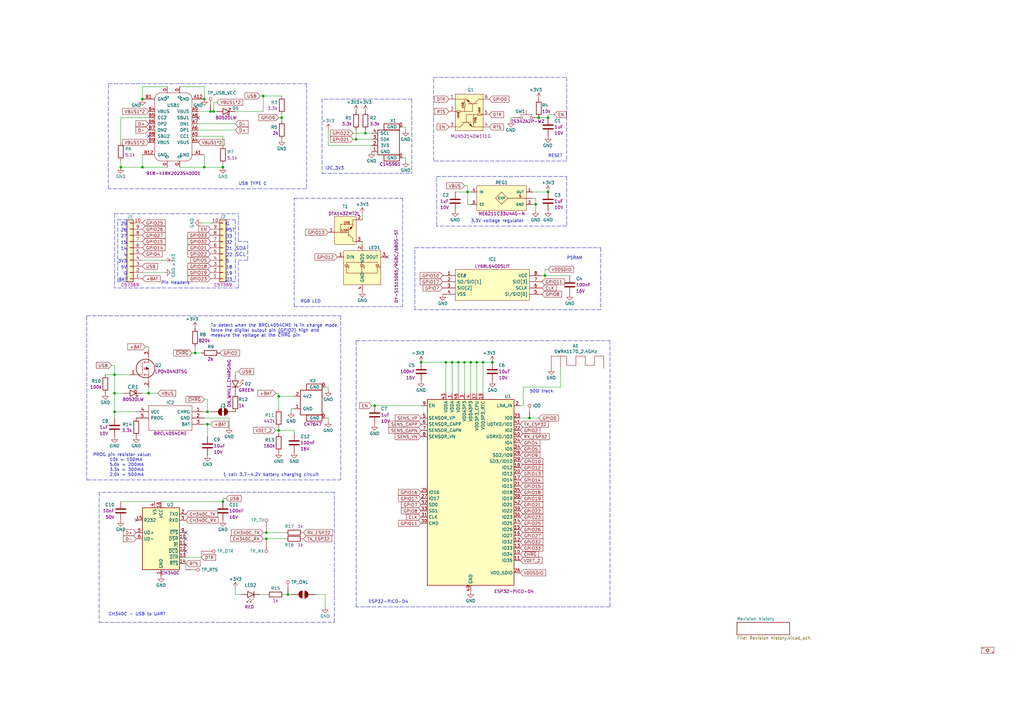
<source format=kicad_sch>
(kicad_sch (version 20211123) (generator eeschema)
  (paper "A3")
  (title_block (title "Carbon D4") (date "2021-12-08") (rev "0.0.2") (company "GroundStudio.ro") (comment 1 "Schematic: Victor"))
  (junction (at 114.3 176.53))
  (junction (at 46.99 153.67))
  (junction (at 198.12 148.59))
  (junction (at 182.88 148.59))
  (junction (at 201.93 148.59))
  (junction (at 85.09 168.91))
  (junction (at 87.63 45.72))
  (junction (at 224.79 78.74))
  (junction (at 58.42 40.64))
  (junction (at 190.5 148.59))
  (junction (at 115.57 48.26))
  (junction (at 172.72 148.59))
  (junction (at 223.52 113.03))
  (junction (at 109.22 220.98))
  (junction (at 60.96 161.29))
  (junction (at 109.22 218.44))
  (junction (at 219.71 83.82))
  (junction (at 114.3 162.56))
  (junction (at 220.98 48.26))
  (junction (at 91.44 205.74))
  (junction (at 49.53 68.58))
  (junction (at 146.05 57.15))
  (junction (at 187.96 148.59))
  (junction (at 86.36 45.72))
  (junction (at 217.17 171.45))
  (junction (at 191.77 78.74))
  (junction (at 83.82 68.58))
  (junction (at 58.42 68.58))
  (junction (at 153.67 166.37))
  (junction (at 46.99 168.91))
  (junction (at 149.86 54.61))
  (junction (at 85.09 173.99))
  (junction (at 46.99 161.29))
  (junction (at 224.79 48.26))
  (junction (at 80.01 144.78))
  (junction (at 185.42 148.59))
  (junction (at 107.95 39.37))
  (junction (at 118.11 243.84))
  (junction (at 83.82 40.64))
  (junction (at 195.58 148.59))
  (junction (at 193.04 148.59))
  (junction (at 91.44 68.58))
  (no_connect (at 76.2 218.44))
  (no_connect (at 76.2 220.98))
  (no_connect (at 55.88 213.36))
  (no_connect (at 158.75 105.41))
  (no_connect (at 60.96 55.88))
  (no_connect (at 76.2 223.52))
  (no_connect (at 81.28 48.26))
  (no_connect (at 76.2 226.06))
  (wire (pts (xy 80.01 144.78) (xy 82.55 144.78)))
  (polyline (pts (xy 44.45 34.29) (xy 125.73 34.29)))
  (wire (pts (xy 113.03 176.53) (xy 114.3 176.53)))
  (wire (pts (xy 49.53 48.26) (xy 60.96 48.26)))
  (wire (pts (xy 182.88 148.59) (xy 182.88 161.29)))
  (wire (pts (xy 187.96 148.59) (xy 187.96 161.29)))
  (wire (pts (xy 195.58 148.59) (xy 195.58 161.29)))
  (polyline (pts (xy 250.19 139.7) (xy 250.19 248.92)))
  (wire (pts (xy 223.52 110.49) (xy 223.52 113.03)))
  (wire (pts (xy 86.36 45.72) (xy 87.63 45.72)))
  (wire (pts (xy 166.37 52.07) (xy 166.37 53.34)))
  (wire (pts (xy 85.09 173.99) (xy 86.36 173.99)))
  (wire (pts (xy 165.1 52.07) (xy 166.37 52.07)))
  (wire (pts (xy 66.04 205.74) (xy 91.44 205.74)))
  (wire (pts (xy 115.57 46.99) (xy 115.57 48.26)))
  (wire (pts (xy 59.69 142.24) (xy 60.96 142.24)))
  (wire (pts (xy 91.44 55.88) (xy 91.44 59.69)))
  (wire (pts (xy 73.66 68.58) (xy 83.82 68.58)))
  (wire (pts (xy 81.28 50.8) (xy 96.52 50.8)))
  (wire (pts (xy 218.44 81.28) (xy 219.71 81.28)))
  (polyline (pts (xy 97.79 106.68) (xy 101.6 106.68)))
  (wire (pts (xy 92.71 204.47) (xy 91.44 204.47)))
  (polyline (pts (xy 97.79 99.06) (xy 97.79 87.63)))
  (wire (pts (xy 134.62 172.72) (xy 134.62 171.45)))
  (wire (pts (xy 114.3 48.26) (xy 115.57 48.26)))
  (wire (pts (xy 93.98 171.45) (xy 93.98 175.26)))
  (polyline (pts (xy 232.41 66.04) (xy 177.8 66.04)))
  (wire (pts (xy 119.38 167.64) (xy 120.65 167.64)))
  (wire (pts (xy 193.04 161.29) (xy 193.04 148.59)))
  (wire (pts (xy 146.05 57.15) (xy 152.4 57.15)))
  (wire (pts (xy 133.35 243.84) (xy 133.35 248.92)))
  (wire (pts (xy 60.96 161.29) (xy 64.77 161.29)))
  (wire (pts (xy 60.96 142.24) (xy 60.96 143.51)))
  (polyline (pts (xy 120.65 81.28) (xy 165.1 81.28)))
  (polyline (pts (xy 137.16 201.93) (xy 40.64 201.93)))
  (wire (pts (xy 165.1 64.77) (xy 166.37 64.77)))
  (polyline (pts (xy 250.19 248.92) (xy 146.05 248.92)))
  (polyline (pts (xy 35.56 129.54) (xy 35.56 196.85)))
  (wire (pts (xy 198.12 148.59) (xy 201.93 148.59)))
  (wire (pts (xy 144.78 54.61) (xy 149.86 54.61)))
  (wire (pts (xy 58.42 161.29) (xy 60.96 161.29)))
  (wire (pts (xy 190.5 76.2) (xy 191.77 76.2)))
  (wire (pts (xy 190.5 148.59) (xy 187.96 148.59)))
  (wire (pts (xy 45.72 149.86) (xy 46.99 149.86)))
  (polyline (pts (xy 132.08 40.64) (xy 132.08 71.12)))
  (wire (pts (xy 58.42 68.58) (xy 49.53 68.58)))
  (wire (pts (xy 82.55 228.6) (xy 82.55 226.06)))
  (wire (pts (xy 114.3 162.56) (xy 114.3 167.64)))
  (wire (pts (xy 49.53 58.42) (xy 49.53 48.26)))
  (wire (pts (xy 149.86 54.61) (xy 152.4 54.61)))
  (wire (pts (xy 134.62 171.45) (xy 133.35 171.45)))
  (polyline (pts (xy 96.52 90.17) (xy 96.52 115.57)))
  (wire (pts (xy 96.52 45.72) (xy 107.95 45.72)))
  (wire (pts (xy 144.78 57.15) (xy 146.05 57.15)))
  (polyline (pts (xy 101.6 99.06) (xy 97.79 99.06)))
  (polyline (pts (xy 177.8 31.75) (xy 232.41 31.75)))
  (polyline (pts (xy 52.07 90.17) (xy 52.07 115.57)))
  (wire (pts (xy 88.9 41.91) (xy 87.63 41.91)))
  (wire (pts (xy 134.62 53.34) (xy 134.62 59.69)))
  (polyline (pts (xy 120.65 125.73) (xy 165.1 125.73)))
  (polyline (pts (xy 179.07 92.71) (xy 179.07 72.39)))
  (wire (pts (xy 224.79 110.49) (xy 223.52 110.49)))
  (wire (pts (xy 107.95 218.44) (xy 109.22 218.44)))
  (wire (pts (xy 185.42 148.59) (xy 185.42 161.29)))
  (wire (pts (xy 114.3 161.29) (xy 114.3 162.56)))
  (wire (pts (xy 219.71 83.82) (xy 219.71 86.36)))
  (wire (pts (xy 217.17 171.45) (xy 220.98 171.45)))
  (wire (pts (xy 218.44 83.82) (xy 219.71 83.82)))
  (wire (pts (xy 82.55 91.44) (xy 86.36 91.44)))
  (wire (pts (xy 91.44 204.47) (xy 91.44 205.74)))
  (wire (pts (xy 113.03 161.29) (xy 114.3 161.29)))
  (wire (pts (xy 191.77 83.82) (xy 193.04 83.82)))
  (wire (pts (xy 91.44 67.31) (xy 91.44 68.58)))
  (wire (pts (xy 107.95 39.37) (xy 107.95 45.72)))
  (wire (pts (xy 85.09 163.83) (xy 85.09 168.91)))
  (polyline (pts (xy 92.71 115.57) (xy 92.71 90.17)))
  (polyline (pts (xy 146.05 139.7) (xy 250.19 139.7)))
  (wire (pts (xy 78.74 144.78) (xy 80.01 144.78)))
  (wire (pts (xy 81.28 53.34) (xy 96.52 53.34)))
  (polyline (pts (xy 137.16 255.27) (xy 137.16 201.93)))
  (wire (pts (xy 115.57 39.37) (xy 107.95 39.37)))
  (polyline (pts (xy 179.07 72.39) (xy 232.41 72.39)))
  (polyline (pts (xy 232.41 72.39) (xy 232.41 92.71)))
  (polyline (pts (xy 125.73 34.29) (xy 125.73 77.47)))
  (wire (pts (xy 214.63 158.75) (xy 229.87 158.75)))
  (wire (pts (xy 50.8 161.29) (xy 46.99 161.29)))
  (wire (pts (xy 195.58 148.59) (xy 198.12 148.59)))
  (wire (pts (xy 81.28 45.72) (xy 86.36 45.72)))
  (polyline (pts (xy 97.79 118.11) (xy 46.99 118.11)))
  (wire (pts (xy 224.79 48.26) (xy 224.79 46.99)))
  (wire (pts (xy 58.42 63.5) (xy 58.42 68.58)))
  (wire (pts (xy 53.34 153.67) (xy 46.99 153.67)))
  (wire (pts (xy 223.52 113.03) (xy 233.68 113.03)))
  (wire (pts (xy 46.99 153.67) (xy 46.99 161.29)))
  (wire (pts (xy 81.28 55.88) (xy 91.44 55.88)))
  (polyline (pts (xy 52.07 115.57) (xy 48.26 115.57)))
  (wire (pts (xy 58.42 40.64) (xy 58.42 35.56)))
  (wire (pts (xy 193.04 148.59) (xy 190.5 148.59)))
  (wire (pts (xy 80.01 142.24) (xy 80.01 144.78)))
  (wire (pts (xy 166.37 64.77) (xy 166.37 66.04)))
  (wire (pts (xy 76.2 233.68) (xy 76.2 231.14)))
  (wire (pts (xy 198.12 148.59) (xy 198.12 161.29)))
  (wire (pts (xy 96.52 243.84) (xy 99.06 243.84)))
  (wire (pts (xy 85.09 168.91) (xy 86.36 168.91)))
  (polyline (pts (xy 96.52 115.57) (xy 92.71 115.57)))
  (wire (pts (xy 114.3 162.56) (xy 120.65 162.56)))
  (polyline (pts (xy 246.38 101.6) (xy 246.38 127)))
  (wire (pts (xy 58.42 106.68) (xy 67.31 106.68)))
  (wire (pts (xy 49.53 66.04) (xy 49.53 68.58)))
  (wire (pts (xy 185.42 148.59) (xy 187.96 148.59)))
  (wire (pts (xy 116.84 218.44) (xy 109.22 218.44)))
  (polyline (pts (xy 35.56 129.54) (xy 139.7 129.54)))
  (wire (pts (xy 182.88 148.59) (xy 185.42 148.59)))
  (polyline (pts (xy 48.26 90.17) (xy 52.07 90.17)))
  (wire (pts (xy 106.68 243.84) (xy 109.22 243.84)))
  (polyline (pts (xy 40.64 201.93) (xy 40.64 255.27)))
  (wire (pts (xy 87.63 45.72) (xy 88.9 45.72)))
  (wire (pts (xy 222.25 113.03) (xy 223.52 113.03)))
  (polyline (pts (xy 46.99 87.63) (xy 97.79 87.63)))
  (wire (pts (xy 146.05 53.34) (xy 146.05 57.15)))
  (wire (pts (xy 87.63 41.91) (xy 87.63 45.72)))
  (wire (pts (xy 190.5 161.29) (xy 190.5 148.59)))
  (wire (pts (xy 107.95 220.98) (xy 109.22 220.98)))
  (polyline (pts (xy 246.38 127) (xy 170.18 127)))
  (wire (pts (xy 148.59 99.06) (xy 148.59 100.33)))
  (wire (pts (xy 224.79 46.99) (xy 227.33 46.99)))
  (polyline (pts (xy 92.71 90.17) (xy 96.52 90.17)))
  (wire (pts (xy 213.36 171.45) (xy 217.17 171.45)))
  (wire (pts (xy 193.04 78.74) (xy 191.77 78.74)))
  (wire (pts (xy 214.63 166.37) (xy 214.63 158.75)))
  (polyline (pts (xy 46.99 87.63) (xy 46.99 118.11)))
  (wire (pts (xy 58.42 68.58) (xy 68.58 68.58)))
  (wire (pts (xy 73.66 35.56) (xy 83.82 35.56)))
  (wire (pts (xy 229.87 158.75) (xy 229.87 151.13)))
  (wire (pts (xy 220.98 48.26) (xy 224.79 48.26)))
  (polyline (pts (xy 125.73 77.47) (xy 44.45 77.47)))
  (wire (pts (xy 96.52 152.4) (xy 96.52 153.67)))
  (wire (pts (xy 106.68 39.37) (xy 107.95 39.37)))
  (wire (pts (xy 191.77 78.74) (xy 186.69 78.74)))
  (wire (pts (xy 209.55 48.26) (xy 210.82 48.26)))
  (wire (pts (xy 191.77 78.74) (xy 191.77 83.82)))
  (wire (pts (xy 119.38 168.91) (xy 119.38 167.64)))
  (polyline (pts (xy 139.7 129.54) (xy 139.7 196.85)))
  (wire (pts (xy 58.42 35.56) (xy 68.58 35.56)))
  (wire (pts (xy 83.82 68.58) (xy 83.82 63.5)))
  (wire (pts (xy 83.82 35.56) (xy 83.82 40.64)))
  (polyline (pts (xy 177.8 66.04) (xy 177.8 31.75)))
  (wire (pts (xy 218.44 78.74) (xy 224.79 78.74)))
  (polyline (pts (xy 132.08 71.12) (xy 168.91 71.12)))
  (polyline (pts (xy 40.64 255.27) (xy 137.16 255.27)))
  (polyline (pts (xy 35.56 196.85) (xy 139.7 196.85)))
  (polyline (pts (xy 165.1 81.28) (xy 165.1 125.73)))
  (wire (pts (xy 134.62 59.69) (xy 152.4 59.69)))
  (wire (pts (xy 83.82 168.91) (xy 85.09 168.91)))
  (wire (pts (xy 116.84 243.84) (xy 118.11 243.84)))
  (polyline (pts (xy 44.45 77.47) (xy 44.45 34.29)))
  (polyline (pts (xy 232.41 92.71) (xy 179.07 92.71)))
  (wire (pts (xy 115.57 48.26) (xy 115.57 49.53)))
  (polyline (pts (xy 146.05 248.92) (xy 146.05 139.7)))
  (wire (pts (xy 209.55 49.53) (xy 209.55 48.26)))
  (polyline (pts (xy 170.18 101.6) (xy 246.38 101.6)))
  (wire (pts (xy 114.3 175.26) (xy 114.3 176.53)))
  (wire (pts (xy 193.04 148.59) (xy 195.58 148.59)))
  (wire (pts (xy 83.82 163.83) (xy 85.09 163.83)))
  (wire (pts (xy 43.18 153.67) (xy 46.99 153.67)))
  (wire (pts (xy 152.4 166.37) (xy 153.67 166.37)))
  (polyline (pts (xy 101.6 106.68) (xy 101.6 99.06)))
  (wire (pts (xy 83.82 68.58) (xy 91.44 68.58)))
  (wire (pts (xy 134.62 160.02) (xy 134.62 158.75)))
  (wire (pts (xy 76.2 228.6) (xy 82.55 228.6)))
  (wire (pts (xy 60.96 158.75) (xy 60.96 161.29)))
  (wire (pts (xy 182.88 148.59) (xy 172.72 148.59)))
  (wire (pts (xy 120.65 176.53) (xy 120.65 177.8)))
  (wire (pts (xy 114.3 176.53) (xy 114.3 177.8)))
  (wire (pts (xy 67.31 111.76) (xy 58.42 111.76)))
  (polyline (pts (xy 168.91 40.64) (xy 132.08 40.64)))
  (wire (pts (xy 97.79 152.4) (xy 96.52 152.4)))
  (wire (pts (xy 46.99 168.91) (xy 55.88 168.91)))
  (wire (pts (xy 83.82 171.45) (xy 93.98 171.45)))
  (polyline (pts (xy 120.65 125.73) (xy 120.65 81.28)))
  (wire (pts (xy 219.71 81.28) (xy 219.71 83.82)))
  (wire (pts (xy 213.36 166.37) (xy 214.63 166.37)))
  (wire (pts (xy 85.09 179.07) (xy 85.09 173.99)))
  (wire (pts (xy 148.59 87.63) (xy 148.59 90.17)))
  (wire (pts (xy 83.82 173.99) (xy 85.09 173.99)))
  (polyline (pts (xy 97.79 118.11) (xy 97.79 106.68)))
  (polyline (pts (xy 168.91 40.64) (xy 168.91 71.12)))
  (wire (pts (xy 191.77 76.2) (xy 191.77 78.74)))
  (wire (pts (xy 114.3 176.53) (xy 120.65 176.53)))
  (wire (pts (xy 46.99 161.29) (xy 46.99 168.91)))
  (wire (pts (xy 149.86 53.34) (xy 149.86 54.61)))
  (polyline (pts (xy 170.18 127) (xy 170.18 101.6)))
  (wire (pts (xy 118.11 243.84) (xy 119.38 243.84)))
  (wire (pts (xy 46.99 149.86) (xy 46.99 153.67)))
  (wire (pts (xy 96.52 241.3) (xy 96.52 243.84)))
  (wire (pts (xy 153.67 166.37) (xy 172.72 166.37)))
  (polyline (pts (xy 232.41 31.75) (xy 232.41 66.04)))
  (wire (pts (xy 46.99 171.45) (xy 46.99 168.91)))
  (polyline (pts (xy 48.26 115.57) (xy 48.26 90.17)))
  (wire (pts (xy 109.22 220.98) (xy 116.84 220.98)))
  (wire (pts (xy 63.5 205.74) (xy 49.53 205.74)))
  (wire (pts (xy 134.62 158.75) (xy 133.35 158.75)))
  (wire (pts (xy 129.54 243.84) (xy 133.35 243.84)))
  (text "4" (at 52.07 105.41 180) (effects (font (size 1.27 1.27)) (justify right bottom)))
  (text "32" (at 92.71 100.33 0) (effects (font (size 1.27 1.27)) (justify left bottom)))
  (text "14" (at 52.07 102.87 180) (effects (font (size 1.27 1.27)) (justify right bottom)))
  (text "RGB LED" (at 123.19 124.46 0) (effects (font (size 1.27 1.27)) (justify left bottom)))
  (text "SDA\nSCL" (at 96.52 105.41 0) (effects (font (size 1.524 1.524)) (justify left bottom)))
  (text "G" (at 92.71 92.71 0) (effects (font (size 1.27 1.27)) (justify left bottom)))
  (text "RESET" (at 224.79 64.77 0) (effects (font (size 1.27 1.27)) (justify left bottom)))
  (text "3.3V voltage regulator" (at 193.04 91.44 0) (effects (font (size 1.27 1.27)) (justify left bottom)))
  (text "23" (at 92.71 115.57 0) (effects (font (size 1.27 1.27)) (justify left bottom)))
  (text "15" (at 52.07 100.33 180) (effects (font (size 1.27 1.27)) (justify right bottom)))
  (text "1 cell 3.7-4.2V battery charging circuit" (at 91.44 195.58 0) (effects (font (size 1.27 1.27)) (justify left bottom)))
  (text "Pin Headers" (at 66.04 116.84 0) (effects (font (size 1.27 1.27)) (justify left bottom)))
  (text "5" (at 92.71 107.95 0) (effects (font (size 1.27 1.27)) (justify left bottom)))
  (text "RST" (at 92.71 95.25 0) (effects (font (size 1.27 1.27)) (justify left bottom)))
  (text "26" (at 52.07 95.25 180) (effects (font (size 1.27 1.27)) (justify right bottom)))
  (text "PROG pin resistor value:\n       10k = 100mA\n       5.0k = 200mA\n       3.3k = 300mA\n       2.0k = 500mA" (at 38.1 195.58 0) (effects (font (size 1.27 1.27)) (justify left bottom)))
  (text "18" (at 92.71 110.49 0) (effects (font (size 1.27 1.27)) (justify left bottom)))
  (text "ESP32-PICO-D4" (at 151.13 247.65 0) (effects (font (size 1.27 1.27)) (justify left bottom)))
  (text "33" (at 92.71 97.79 0) (effects (font (size 1.27 1.27)) (justify left bottom)))
  (text "3V3" (at 52.07 107.95 180) (effects (font (size 1.27 1.27)) (justify right bottom)))
  (text "5V" (at 52.07 110.49 180) (effects (font (size 1.27 1.27)) (justify right bottom)))
  (text "To detect when the BRCL4054CME is in charge mode,\nforce the digital output pin (GPIO2) high and\nmeasure the voltage at the ~{CHRG} pin" (at 86.36 138.43 0) (effects (font (size 1.27 1.27)) (justify left bottom)))
  (text "G" (at 52.07 113.03 180) (effects (font (size 1.27 1.27)) (justify right bottom)))
  (text "19" (at 92.71 113.03 0) (effects (font (size 1.27 1.27)) (justify left bottom)))
  (text "25" (at 52.07 92.71 180) (effects (font (size 1.27 1.27)) (justify right bottom)))
  (text "50Ω track" (at 217.17 161.29 0) (effects (font (size 1.27 1.27)) (justify left bottom)))
  (text "BAT" (at 52.07 115.57 180) (effects (font (size 1.27 1.27)) (justify right bottom)))
  (text "PSRAM" (at 232.41 106.68 0) (effects (font (size 1.27 1.27)) (justify left bottom)))
  (text "22" (at 92.71 105.41 0) (effects (font (size 1.27 1.27)) (justify left bottom)))
  (text "27" (at 52.07 97.79 180) (effects (font (size 1.27 1.27)) (justify right bottom)))
  (text "I2C_3V3" (at 133.35 69.85 0) (effects (font (size 1.27 1.27)) (justify left bottom)))
  (text "21" (at 92.71 102.87 0) (effects (font (size 1.27 1.27)) (justify left bottom)))
  (text "USB TYPE C" (at 97.79 76.2 0) (effects (font (size 1.27 1.27)) (justify left bottom)))
  (text "CH340C - USB to UART" (at 44.45 252.73 0) (effects (font (size 1.27 1.27)) (justify left bottom)))
  (global_label "USB" (shape input) (at 106.68 39.37 180) (property "Intersheet References" "${INTERSHEET_REFS}" (effects hide)))
  (global_label "GPIO32" (shape input) (at 213.36 222.25 0) (property "Intersheet References" "${INTERSHEET_REFS}" (effects hide)))
  (global_label "GPIO5" (shape input) (at 213.36 184.15 0) (property "Intersheet References" "${INTERSHEET_REFS}" (effects hide)))
  (global_label "GPIO12" (shape input) (at 213.36 191.77 0) (property "Intersheet References" "${INTERSHEET_REFS}" (effects hide)))
  (global_label "RTS" (shape input) (at 200.66 52.07 0) (property "Intersheet References" "${INTERSHEET_REFS}" (effects hide)))
  (global_label "RX_ESP32" (shape input) (at 124.46 218.44 0) (property "Intersheet References" "${INTERSHEET_REFS}" (effects hide)))
  (global_label "USB" (shape input) (at 58.42 109.22 0) (property "Intersheet References" "${INTERSHEET_REFS}" (effects hide)))
  (global_label "GPIO23" (shape input) (at 213.36 212.09 0) (property "Intersheet References" "${INTERSHEET_REFS}" (effects hide)))
  (global_label "GPIO5" (shape input) (at 86.36 106.68 180) (property "Intersheet References" "${INTERSHEET_REFS}" (effects hide)))
  (global_label "GPIO21" (shape input) (at 86.36 101.6 180) (property "Intersheet References" "${INTERSHEET_REFS}" (effects hide)))
  (global_label "VBUS" (shape input) (at 64.77 161.29 0) (property "Intersheet References" "${INTERSHEET_REFS}" (effects hide)))
  (global_label "EN" (shape input) (at 86.36 93.98 180) (property "Intersheet References" "${INTERSHEET_REFS}" (effects hide)))
  (global_label "SENS_CAPN" (shape input) (at 172.72 176.53 180) (property "Intersheet References" "${INTERSHEET_REFS}" (effects hide)))
  (global_label "D+" (shape input) (at 60.96 50.8 180) (property "Intersheet References" "${INTERSHEET_REFS}" (effects hide)))
  (global_label "GPIO13" (shape input) (at 213.36 194.31 0) (property "Intersheet References" "${INTERSHEET_REFS}" (effects hide)))
  (global_label "+BAT" (shape input) (at 86.36 173.99 0) (property "Intersheet References" "${INTERSHEET_REFS}" (effects hide)))
  (global_label "RTS" (shape input) (at 76.2 231.14 0) (property "Intersheet References" "${INTERSHEET_REFS}" (effects hide)))
  (global_label "CH340C_RX" (shape input) (at 107.95 220.98 180) (property "Intersheet References" "${INTERSHEET_REFS}" (effects hide)))
  (global_label "+BAT" (shape input) (at 59.69 142.24 180) (property "Intersheet References" "${INTERSHEET_REFS}" (effects hide)))
  (global_label "D+" (shape input) (at 96.52 53.34 0) (property "Intersheet References" "${INTERSHEET_REFS}" (effects hide)))
  (global_label "+BAT" (shape input) (at 113.03 161.29 180) (property "Intersheet References" "${INTERSHEET_REFS}" (effects hide)))
  (global_label "GPIO18" (shape input) (at 86.36 109.22 180) (property "Intersheet References" "${INTERSHEET_REFS}" (effects hide)))
  (global_label "VDET_2" (shape input) (at 113.03 176.53 180) (property "Intersheet References" "${INTERSHEET_REFS}" (effects hide)))
  (global_label "GPIO8" (shape input) (at 172.72 209.55 180) (property "Intersheet References" "${INTERSHEET_REFS}" (effects hide)))
  (global_label "GPIO25" (shape input) (at 58.42 91.44 0) (property "Intersheet References" "${INTERSHEET_REFS}" (effects hide)))
  (global_label "D-" (shape input) (at 96.52 50.8 0) (property "Intersheet References" "${INTERSHEET_REFS}" (effects hide)))
  (global_label "CH340C_TX" (shape input) (at 76.2 210.82 0) (property "Intersheet References" "${INTERSHEET_REFS}" (effects hide)))
  (global_label "TX_ESP32" (shape input) (at 213.36 173.99 0) (property "Intersheet References" "${INTERSHEET_REFS}" (effects hide)))
  (global_label "GPIO0" (shape input) (at 220.98 171.45 0) (property "Intersheet References" "${INTERSHEET_REFS}" (effects hide)))
  (global_label "VDDSDIO" (shape input) (at 224.79 110.49 0) (property "Intersheet References" "${INTERSHEET_REFS}" (effects hide)))
  (global_label "D+" (shape input) (at 55.88 218.44 180) (property "Intersheet References" "${INTERSHEET_REFS}" (effects hide)))
  (global_label "SENS_VN" (shape input) (at 172.72 179.07 180) (property "Intersheet References" "${INTERSHEET_REFS}" (effects hide)))
  (global_label "TX_ESP32" (shape input) (at 124.46 220.98 0) (property "Intersheet References" "${INTERSHEET_REFS}" (effects hide)))
  (global_label "GPIO26" (shape input) (at 213.36 217.17 0) (property "Intersheet References" "${INTERSHEET_REFS}" (effects hide)))
  (global_label "VBUS1*2" (shape input) (at 81.28 58.42 0) (property "Intersheet References" "${INTERSHEET_REFS}" (effects hide)))
  (global_label "GPIO11" (shape input) (at 172.72 214.63 180) (property "Intersheet References" "${INTERSHEET_REFS}" (effects hide)))
  (global_label "GPIO33" (shape input) (at 213.36 224.79 0) (property "Intersheet References" "${INTERSHEET_REFS}" (effects hide)))
  (global_label "DTR" (shape input) (at 200.66 46.99 0) (property "Intersheet References" "${INTERSHEET_REFS}" (effects hide)))
  (global_label "~{CHRG}" (shape input) (at 78.74 144.78 180) (property "Intersheet References" "${INTERSHEET_REFS}" (effects hide)))
  (global_label "GPIO17" (shape input) (at 172.72 204.47 180) (property "Intersheet References" "${INTERSHEET_REFS}" (effects hide)))
  (global_label "GPIO9" (shape input) (at 114.3 48.26 180) (property "Intersheet References" "${INTERSHEET_REFS}" (effects hide)))
  (global_label "D-" (shape input) (at 55.88 220.98 180) (property "Intersheet References" "${INTERSHEET_REFS}" (effects hide)))
  (global_label "GPIO14" (shape input) (at 213.36 196.85 0) (property "Intersheet References" "${INTERSHEET_REFS}" (effects hide)))
  (global_label "GPIO21" (shape input) (at 213.36 207.01 0) (property "Intersheet References" "${INTERSHEET_REFS}" (effects hide)))
  (global_label "GPIO2" (shape input) (at 213.36 176.53 0) (property "Intersheet References" "${INTERSHEET_REFS}" (effects hide)))
  (global_label "CH340C_RX" (shape input) (at 76.2 213.36 0) (property "Intersheet References" "${INTERSHEET_REFS}" (effects hide)))
  (global_label "GPIO18" (shape input) (at 213.36 201.93 0) (property "Intersheet References" "${INTERSHEET_REFS}" (effects hide)))
  (global_label "D-" (shape input) (at 60.96 53.34 180) (property "Intersheet References" "${INTERSHEET_REFS}" (effects hide)))
  (global_label "GPIO17" (shape input) (at 181.61 115.57 180) (property "Intersheet References" "${INTERSHEET_REFS}" (effects hide)))
  (global_label "GPIO19" (shape input) (at 86.36 111.76 180) (property "Intersheet References" "${INTERSHEET_REFS}" (effects hide)))
  (global_label "EN" (shape input) (at 184.15 52.07 180) (property "Intersheet References" "${INTERSHEET_REFS}" (effects hide)))
  (global_label "VBUS1*2" (shape input) (at 60.96 58.42 180) (property "Intersheet References" "${INTERSHEET_REFS}" (effects hide)))
  (global_label "+BAT" (shape input) (at 58.42 114.3 0) (property "Intersheet References" "${INTERSHEET_REFS}" (effects hide)))
  (global_label "GPIO19" (shape input) (at 213.36 204.47 0) (property "Intersheet References" "${INTERSHEET_REFS}" (effects hide)))
  (global_label "GPIO15" (shape input) (at 213.36 199.39 0) (property "Intersheet References" "${INTERSHEET_REFS}" (effects hide)))
  (global_label "GPIO22" (shape input) (at 86.36 104.14 180) (property "Intersheet References" "${INTERSHEET_REFS}" (effects hide)))
  (global_label "VBUS1*2" (shape input) (at 60.96 45.72 180) (property "Intersheet References" "${INTERSHEET_REFS}" (effects hide)))
  (global_label "GPIO7" (shape input) (at 172.72 207.01 180) (property "Intersheet References" "${INTERSHEET_REFS}" (effects hide)))
  (global_label "GPIO27" (shape input) (at 58.42 96.52 0) (property "Intersheet References" "${INTERSHEET_REFS}" (effects hide)))
  (global_label "GPIO13" (shape input) (at 134.62 95.25 180) (property "Intersheet References" "${INTERSHEET_REFS}" (effects hide)))
  (global_label "GPIO16" (shape input) (at 172.72 201.93 180) (property "Intersheet References" "${INTERSHEET_REFS}" (effects hide)))
  (global_label "GPIO14" (shape input) (at 58.42 101.6 0) (property "Intersheet References" "${INTERSHEET_REFS}" (effects hide)))
  (global_label "GPIO7" (shape input) (at 181.61 118.11 180) (property "Intersheet References" "${INTERSHEET_REFS}" (effects hide)))
  (global_label "GPIO10" (shape input) (at 213.36 189.23 0) (property "Intersheet References" "${INTERSHEET_REFS}" (effects hide)))
  (global_label "USB" (shape input) (at 45.72 149.86 180) (property "Intersheet References" "${INTERSHEET_REFS}" (effects hide)))
  (global_label "GPIO27" (shape input) (at 213.36 219.71 0) (property "Intersheet References" "${INTERSHEET_REFS}" (effects hide)))
  (global_label "GPIO23" (shape input) (at 86.36 114.3 180) (property "Intersheet References" "${INTERSHEET_REFS}" (effects hide)))
  (global_label "CH340C_TX" (shape input) (at 107.95 218.44 180) (property "Intersheet References" "${INTERSHEET_REFS}" (effects hide)))
  (global_label "GPIO0" (shape input) (at 200.66 40.64 0) (property "Intersheet References" "${INTERSHEET_REFS}" (effects hide)))
  (global_label "GPIO33" (shape input) (at 86.36 96.52 180) (property "Intersheet References" "${INTERSHEET_REFS}" (effects hide)))
  (global_label "~{CHRG}" (shape input) (at 213.36 227.33 0) (property "Intersheet References" "${INTERSHEET_REFS}" (effects hide)))
  (global_label "GPIO2" (shape input) (at 90.17 144.78 0) (property "Intersheet References" "${INTERSHEET_REFS}" (effects hide)))
  (global_label "GPIO8" (shape input) (at 222.25 120.65 0) (property "Intersheet References" "${INTERSHEET_REFS}" (effects hide)))
  (global_label "DTR" (shape input) (at 184.15 40.64 180) (property "Intersheet References" "${INTERSHEET_REFS}" (effects hide)))
  (global_label "DTR" (shape input) (at 82.55 228.6 0) (property "Intersheet References" "${INTERSHEET_REFS}" (effects hide)))
  (global_label "GPIO22" (shape input) (at 213.36 209.55 0) (property "Intersheet References" "${INTERSHEET_REFS}" (effects hide)))
  (global_label "SENS_VP" (shape input) (at 172.72 171.45 180) (property "Intersheet References" "${INTERSHEET_REFS}" (effects hide)))
  (global_label "GPIO22" (shape input) (at 144.78 54.61 180) (property "Intersheet References" "${INTERSHEET_REFS}" (effects hide)))
  (global_label "CLK" (shape input) (at 172.72 212.09 180) (property "Intersheet References" "${INTERSHEET_REFS}" (effects hide)))
  (global_label "GPIO4" (shape input) (at 213.36 181.61 0) (property "Intersheet References" "${INTERSHEET_REFS}" (effects hide)))
  (global_label "VBUS" (shape input) (at 190.5 76.2 180) (property "Intersheet References" "${INTERSHEET_REFS}" (effects hide)))
  (global_label "GPIO9" (shape input) (at 213.36 186.69 0) (property "Intersheet References" "${INTERSHEET_REFS}" (effects hide)))
  (global_label "GPIO25" (shape input) (at 213.36 214.63 0) (property "Intersheet References" "${INTERSHEET_REFS}" (effects hide)))
  (global_label "RX_ESP32" (shape input) (at 213.36 179.07 0) (property "Intersheet References" "${INTERSHEET_REFS}" (effects hide)))
  (global_label "GPIO32" (shape input) (at 86.36 99.06 180) (property "Intersheet References" "${INTERSHEET_REFS}" (effects hide)))
  (global_label "GPIO21" (shape input) (at 144.78 57.15 180) (property "Intersheet References" "${INTERSHEET_REFS}" (effects hide)))
  (global_label "VBUS1*2" (shape input) (at 88.9 41.91 0) (property "Intersheet References" "${INTERSHEET_REFS}" (effects hide)))
  (global_label "GPIO26" (shape input) (at 58.42 93.98 0) (property "Intersheet References" "${INTERSHEET_REFS}" (effects hide)))
  (global_label "GPIO12" (shape input) (at 138.43 105.41 180) (property "Intersheet References" "${INTERSHEET_REFS}" (effects hide)))
  (global_label "USB" (shape input) (at 97.79 152.4 0) (property "Intersheet References" "${INTERSHEET_REFS}" (effects hide)))
  (global_label "VDDSDIO" (shape input) (at 213.36 234.95 0) (property "Intersheet References" "${INTERSHEET_REFS}" (effects hide)))
  (global_label "GPIO4" (shape input) (at 58.42 104.14 0) (property "Intersheet References" "${INTERSHEET_REFS}" (effects hide)))
  (global_label "VDET_2" (shape input) (at 213.36 229.87 0) (property "Intersheet References" "${INTERSHEET_REFS}" (effects hide)))
  (global_label "GPIO10" (shape input) (at 181.61 113.03 180) (property "Intersheet References" "${INTERSHEET_REFS}" (effects hide)))
  (global_label "GPIO11" (shape input) (at 222.25 115.57 0) (property "Intersheet References" "${INTERSHEET_REFS}" (effects hide)))
  (global_label "RTS" (shape input) (at 184.15 45.72 180) (property "Intersheet References" "${INTERSHEET_REFS}" (effects hide)))
  (global_label "CLK" (shape input) (at 222.25 118.11 0) (property "Intersheet References" "${INTERSHEET_REFS}" (effects hide)))
  (global_label "SENS_CAPP" (shape input) (at 172.72 173.99 180) (property "Intersheet References" "${INTERSHEET_REFS}" (effects hide)))
  (global_label "EN" (shape input) (at 152.4 166.37 180) (property "Intersheet References" "${INTERSHEET_REFS}" (effects hide)))
  (global_label "GPIO15" (shape input) (at 58.42 99.06 0) (property "Intersheet References" "${INTERSHEET_REFS}" (effects hide)))
  (global_label "~{CHRG}" (shape input) (at 83.82 163.83 180) (property "Intersheet References" "${INTERSHEET_REFS}" (effects hide)))
  (global_label "USB" (shape input) (at 92.71 204.47 0) (property "Intersheet References" "${INTERSHEET_REFS}" (effects hide)))
  (global_label "EN" (shape input) (at 227.33 46.99 0) (property "Intersheet References" "${INTERSHEET_REFS}" (effects hide)))
  (symbol (lib_id "GS_Local:ESP32-PICO-D4") (at 193.04 201.93 0) (unit 1)
    (property "Reference" "U1" (at 208.28 162.56 0))
    (property "Value" "QFN-48-7x7 ESP32-D4" (effects hide))
    (property "Footprint" "GS_Local:QFN-48-1EP_7x7mm_P0.5mm_EP4.5x4.5mm" (effects hide))
    (property "Datasheet" "https://www.espressif.com/sites/default/files/documentation/esp32-pico-d4_datasheet_en.pdf" (effects hide))
    (property "MPN" "ESP32-PICO-D4" (at 210.82 242.57 0))
    (property "LCSC" "C193707" (effects hide))
  )
  (symbol (lib_id "GS_Local:+3V3") (at 67.31 106.68 270) (unit 1)
    (property "Reference" "#PWR0101" (effects hide))
    (property "Value" "+3V3" (at 71.12 106.68 0))
  )
  (symbol (lib_id "GS_Local:Conn_01x10__Vertical_Male") (at 91.44 104.14 0) (mirror x) (unit 1)
    (property "Reference" "J2" (at 91.44 88.9 0))
    (property "Value" "PinHeader_1x10_P2.54_V_M C57369" (effects hide))
    (property "Footprint" "GS_Local:PinHeader_1x10_P2.54mm_Vertical_Male" (effects hide))
    (property "Datasheet" "https://datasheet.lcsc.com/lcsc/1810221711_BOOMELE-Boom-Precision-Elec-C57369_C57369.pdf" (effects hide))
    (property "MPN" "C57369" (at 91.44 116.84 0))
    (property "LCSC" "C57369" (effects hide))
  )
  (symbol (lib_id "GS_Local:GND") (at 82.55 91.44 270) (mirror x) (unit 1)
    (property "Reference" "#PWR0102" (effects hide))
    (property "Value" "GND" (at 78.74 91.44 0))
  )
  (symbol (lib_id "GS_Local:ME6211C33U4AG-N") (at 205.74 83.82 0) (unit 1)
    (property "Reference" "REG1" (at 205.74 74.93 0))
    (property "Value" "FBP1-1-4_ME6211C33U4AG-N" (effects hide))
    (property "Footprint" "GS_Local:FBP1-1-4" (effects hide))
    (property "Datasheet" "https://datasheet.lcsc.com/szlcsc/2005081834_MICRONE-Nanjing-Micro-One-Elec-ME6211C33U4AG-N_C428904.pdf" (effects hide))
    (property "MPN" "ME6211C33U4AG-N" (at 205.74 87.63 0))
    (property "LCSC" "C428904" (effects hide))
  )
  (symbol (lib_id "GS_Local:C") (at 186.69 82.55 0) (mirror x) (unit 1)
    (property "Reference" "C2" (at 184.15 80.01 0) (effects (justify right)))
    (property "Value" "C_0402_1uF_10V" (effects hide))
    (property "Footprint" "GS_Local:C_0402_alt" (effects hide))
    (property "Datasheet" "https://datasheet.lcsc.com/szlcsc/2005061106_PSA-Prosperity-Dielectrics-FS15B105K100PKG_C525324.pdf" (effects hide))
    (property "MPN" "FS15B105K100PKG" (effects hide))
    (property "LCSC" "C525324" (effects hide))
    (property "Rated voltage" "10V" (at 184.15 85.09 0) (effects (justify right)))
    (property "Capacitance" "1uF" (at 184.15 82.55 0) (effects (justify right)))
  )
  (symbol (lib_id "GS_Local:GND") (at 186.69 86.36 0) (unit 1)
    (property "Reference" "#PWR0103" (effects hide))
    (property "Value" "GND" (at 186.69 90.17 0))
  )
  (symbol (lib_id "GS_Local:C") (at 224.79 82.55 0) (unit 1)
    (property "Reference" "C3" (at 227.33 80.01 0) (effects (justify left)))
    (property "Value" "C_0402_1uF_10V" (effects hide))
    (property "Footprint" "GS_Local:C_0402_alt" (effects hide))
    (property "Datasheet" "https://datasheet.lcsc.com/szlcsc/2005061106_PSA-Prosperity-Dielectrics-FS15B105K100PKG_C525324.pdf" (effects hide))
    (property "MPN" "FS15B105K100PKG" (effects hide))
    (property "LCSC" "C525324" (effects hide))
    (property "Rated voltage" "10V" (at 227.33 85.09 0) (effects (justify left)))
    (property "Capacitance" "1uF" (at 227.33 82.55 0) (effects (justify left)))
  )
  (symbol (lib_id "GS_Local:GND") (at 224.79 86.36 0) (unit 1)
    (property "Reference" "#PWR0104" (effects hide))
    (property "Value" "GND" (at 224.79 90.17 0))
  )
  (symbol (lib_id "GS_Local:GND") (at 219.71 86.36 0) (unit 1)
    (property "Reference" "#PWR0105" (effects hide))
    (property "Value" "GND" (at 219.71 90.17 0))
  )
  (symbol (lib_id "GS_Local:USB_C_FULL") (at 71.12 50.8 0) (unit 1)
    (property "Reference" "USB1" (at 71.12 43.18 0))
    (property "Value" "USB_C_C167321 C167321" (effects hide))
    (property "Footprint" "GS_Local:USB_C_C167321" (effects hide))
    (property "Datasheet" "https://datasheet.lcsc.com/szlcsc/1811101520_Jing-Extension-of-the-Electronic-Co-C167321_C167321.pdf" (effects hide))
    (property "MPN" "918-418K2023S40001" (at 71.12 71.12 0))
    (property "LCSC" "C167321" (effects hide))
  )
  (symbol (lib_id "GS_Local:R") (at 91.44 63.5 0) (unit 1)
    (property "Reference" "R7" (at 93.218 62.3316 0) (effects (justify left)))
    (property "Value" "R_0402_5.1k" (effects hide))
    (property "Footprint" "GS_Local:R_0402_alt" (effects hide))
    (property "Datasheet" "https://datasheet.lcsc.com/szlcsc/1811141743_FH-Guangdong-Fenghua-Advanced-Tech-RC-02W5101FT_C294638.pdf" (effects hide))
    (property "MPN" "RC-02W5101FT" (effects hide))
    (property "LCSC" "C294638" (effects hide))
    (property "Resistance" "5.1k" (at 95.25 64.77 0))
  )
  (symbol (lib_id "GS_Local:R") (at 49.53 62.23 0) (unit 1)
    (property "Reference" "R6" (at 51.308 61.0616 0) (effects (justify left)))
    (property "Value" "R_0402_5.1k" (effects hide))
    (property "Footprint" "GS_Local:R_0402_alt" (effects hide))
    (property "Datasheet" "https://datasheet.lcsc.com/szlcsc/1811141743_FH-Guangdong-Fenghua-Advanced-Tech-RC-02W5101FT_C294638.pdf" (effects hide))
    (property "MPN" "RC-02W5101FT" (effects hide))
    (property "LCSC" "C294638" (effects hide))
    (property "Resistance" "5.1k" (at 53.34 63.5 0))
  )
  (symbol (lib_id "GS_Local:GND") (at 58.42 40.64 0) (unit 1)
    (property "Reference" "#PWR0106" (effects hide))
    (property "Value" "GND" (at 55.88 43.18 0))
  )
  (symbol (lib_id "GS_Local:GND") (at 49.53 68.58 0) (unit 1)
    (property "Reference" "#PWR0107" (effects hide))
    (property "Value" "GND" (at 49.53 72.39 0))
  )
  (symbol (lib_id "GS_Local:GND") (at 91.44 68.58 0) (unit 1)
    (property "Reference" "#PWR0108" (effects hide))
    (property "Value" "GND" (at 91.44 72.39 0))
  )
  (symbol (lib_id "GS_Local:GND") (at 83.82 40.64 0) (unit 1)
    (property "Reference" "#PWR0109" (effects hide))
    (property "Value" "GND" (at 81.28 43.18 0))
  )
  (symbol (lib_id "GS_Local:TestPoint") (at 86.36 40.64 0) (unit 1)
    (property "Reference" "TP1" (effects hide))
    (property "Value" "TP_USB_VCC" (at 85.09 38.1 0) (effects (justify left)))
    (property "Footprint" "GS_Local:TestPoint" (effects hide))
  )
  (symbol (lib_id "GS_Local:batt_4V2") (at 127 165.1 0) (unit 1)
    (property "Reference" "X2" (at 128.27 156.21 0))
    (property "Value" "PH__1x02_P2.00mm_Horizontal C47647" (effects hide))
    (property "Footprint" "GS_Local:PH__1x02_P2.00mm_Horizontal" (effects hide))
    (property "Datasheet" "https://datasheet.lcsc.com/szlcsc/1912111436_BOOMELE-Boom-Precision-Elec-C47647_C47647.pdf" (effects hide))
    (property "MPN" "C47647" (at 128.27 173.99 0))
    (property "LCSC" "C47647" (effects hide))
    (property "Descript" "0.079\"(2.00mm) 2 SMD Wire To Board" (effects hide))
  )
  (symbol (lib_id "GS_Local:GND") (at 134.62 172.72 0) (unit 1)
    (property "Reference" "#PWR0110" (effects hide))
    (property "Value" "GND" (at 134.62 176.53 0))
  )
  (symbol (lib_id "GS_Local:GND") (at 134.62 160.02 0) (unit 1)
    (property "Reference" "#PWR0111" (effects hide))
    (property "Value" "GND" (at 134.62 163.83 0))
  )
  (symbol (lib_id "GS_Local:GND") (at 119.38 168.91 0) (unit 1)
    (property "Reference" "#PWR0112" (effects hide))
    (property "Value" "GND" (at 119.38 172.72 0))
  )
  (symbol (lib_id "GS_Local:DY-IR333C-A") (at 101.6 243.84 180) (unit 1)
    (property "Reference" "LED2" (at 100.33 240.03 0) (effects (justify right)))
    (property "Value" "LED_0402_RED" (effects hide))
    (property "Footprint" "GS_Local:LED_0402_alt" (effects hide))
    (property "Datasheet" "https://datasheet.lcsc.com/szlcsc/2009251739_TUOZHAN-TZ-P2-0402RTIA1-0-45T_C779449.pdf" (effects hide))
    (property "MPN" "TZ-P2-0402RTIA1-0.45T" (effects hide))
    (property "LCSC" "C779449" (effects hide))
    (property "Color" "RED" (at 100.33 248.92 0) (effects (justify right)))
  )
  (symbol (lib_id "GS_Local:GND") (at 133.35 248.92 0) (unit 1)
    (property "Reference" "#PWR0113" (effects hide))
    (property "Value" "GND" (at 133.35 252.73 0))
  )
  (symbol (lib_id "GS_Local:TestPoint") (at 118.11 238.76 0) (unit 1)
    (property "Reference" "TP5" (effects hide))
    (property "Value" "TP_ONL" (at 119.38 238.76 0) (effects (justify left)))
    (property "Footprint" "GS_Local:TestPoint" (effects hide))
  )
  (symbol (lib_id "GS_Local:TestPoint") (at 109.22 226.06 180) (unit 1)
    (property "Reference" "TP6" (effects hide))
    (property "Value" "TP_RX" (at 105.41 226.06 0))
    (property "Footprint" "GS_Local:TestPoint" (effects hide))
  )
  (symbol (lib_id "GS_Local:TestPoint") (at 109.22 213.36 0) (unit 1)
    (property "Reference" "TP3" (effects hide))
    (property "Value" "TP_TX" (at 102.87 213.36 0) (effects (justify left)))
    (property "Footprint" "GS_Local:TestPoint" (effects hide))
  )
  (symbol (lib_id "GS_Local:R") (at 120.65 218.44 90) (unit 1)
    (property "Reference" "R17" (at 120.65 215.9 90) (effects (justify left)))
    (property "Value" "R_0402_1k" (effects hide))
    (property "Footprint" "GS_Local:R_0402_alt" (effects hide))
    (property "Datasheet" "https://datasheet.lcsc.com/szlcsc/1811141734_FH-Guangdong-Fenghua-Advanced-Tech-RC-02W1001FT_C226166.pdf" (effects hide))
    (property "MPN" "RC-02W1001FT" (effects hide))
    (property "LCSC" "C226166" (effects hide))
    (property "Resistance" "1k" (at 124.46 215.9 90) (effects (justify left)))
  )
  (symbol (lib_id "GS_Local:R") (at 120.65 220.98 90) (mirror x) (unit 1)
    (property "Reference" "R16" (at 120.65 223.52 90) (effects (justify left)))
    (property "Value" "R_0402_1k" (effects hide))
    (property "Footprint" "GS_Local:R_0402_alt" (effects hide))
    (property "Datasheet" "https://datasheet.lcsc.com/szlcsc/1811141734_FH-Guangdong-Fenghua-Advanced-Tech-RC-02W1001FT_C226166.pdf" (effects hide))
    (property "MPN" "RC-02W1001FT" (effects hide))
    (property "LCSC" "C226166" (effects hide))
    (property "Resistance" "1k" (at 124.46 223.52 90) (effects (justify left)))
  )
  (symbol (lib_id "GS_Local:R") (at 113.03 243.84 90) (unit 1)
    (property "Reference" "R15" (at 113.03 241.3 90))
    (property "Value" "R_0402_1k" (effects hide))
    (property "Footprint" "GS_Local:R_0402_alt" (effects hide))
    (property "Datasheet" "https://datasheet.lcsc.com/szlcsc/1811141734_FH-Guangdong-Fenghua-Advanced-Tech-RC-02W1001FT_C226166.pdf" (effects hide))
    (property "MPN" "RC-02W1001FT" (effects hide))
    (property "LCSC" "C226166" (effects hide))
    (property "Resistance" "1k" (at 113.03 246.38 90))
  )
  (symbol (lib_id "GS_Local:SolderJumper_NC") (at 124.46 243.84 90) (mirror x) (unit 1)
    (property "Reference" "J4" (effects hide))
    (property "Value" "PWR LED DISABLE" (effects hide))
    (property "Footprint" "GS_Local:SolderJumper_NC" (effects hide))
  )
  (symbol (lib_id "GS_Local:+3V3") (at 224.79 78.74 0) (unit 1)
    (property "Reference" "#PWR0114" (effects hide))
    (property "Value" "+3V3" (at 224.79 74.93 0))
  )
  (symbol (lib_id "GS_Local:+3V3") (at 96.52 241.3 0) (unit 1)
    (property "Reference" "#PWR0115" (effects hide))
    (property "Value" "+3V3" (at 96.52 237.49 0))
  )
  (symbol (lib_id "GS_Local:GND") (at 67.31 111.76 90) (unit 1)
    (property "Reference" "#PWR0116" (effects hide))
    (property "Value" "GND" (at 71.12 111.76 0))
  )
  (symbol (lib_id "GS_Local:R") (at 220.98 44.45 180) (unit 1)
    (property "Reference" "R4" (at 222.25 43.18 0) (effects (justify right)))
    (property "Value" "R_0402_alt 0402WGJ0103TCE" (effects hide))
    (property "Footprint" "GS_Local:R_0402_alt" (effects hide))
    (property "Datasheet" "https://datasheet.lcsc.com/szlcsc/1811091923_UNI-ROYAL-Uniroyal-Elec-0402WGJ0103TCE_C25531.pdf" (effects hide))
    (property "MPN" "0402WGJ0103TCE" (effects hide))
    (property "LCSC" "C25531" (effects hide))
    (property "Resistance" "10k" (at 222.25 45.72 0) (effects (justify right)))
  )
  (symbol (lib_id "GS_Local:TS342A2P-WZ") (at 215.9 48.26 0) (unit 1)
    (property "Reference" "SW1" (at 213.36 45.72 0))
    (property "Value" "TS342A2P-WZ" (effects hide))
    (property "Footprint" "GS_Local:TS342A2P-WZ" (effects hide))
    (property "Datasheet" "https://datasheet.lcsc.com/szlcsc/2005221232_SHOU-HAN-TS342A2P-WZ_C557591.pdf" (effects hide))
    (property "MPN" "TS342A2P-WZ" (at 216.4588 49.784 0))
    (property "LCSC" "C557591" (effects hide))
  )
  (symbol (lib_id "GS_Local:GND") (at 209.55 49.53 0) (unit 1)
    (property "Reference" "#PWR0117" (effects hide))
    (property "Value" "GND" (at 211.455 53.34 0) (effects (justify right)))
  )
  (symbol (lib_id "GS_Local:+3V3") (at 220.98 40.64 0) (unit 1)
    (property "Reference" "#PWR0118" (effects hide))
    (property "Value" "+3V3" (at 219.71 36.83 0))
  )
  (symbol (lib_id "GS_Local:R") (at 114.3 181.61 0) (mirror x) (unit 1)
    (property "Reference" "R13" (at 112.5474 180.4416 0) (effects (justify right)))
    (property "Value" "R_0402_160k" (effects hide))
    (property "Footprint" "GS_Local:R_0402_alt" (effects hide))
    (property "Datasheet" "https://datasheet.lcsc.com/szlcsc/1810301312_UNI-ROYAL-Uniroyal-Elec-0402WGF1603TCE_C25757.pdf" (effects hide))
    (property "MPN" "0402WGF1603TCE" (effects hide))
    (property "LCSC" "C25757" (effects hide))
    (property "Resistance" "160k" (at 110.49 182.88 0))
  )
  (symbol (lib_id "GS_Local:R") (at 114.3 171.45 0) (mirror x) (unit 1)
    (property "Reference" "R11" (at 112.5474 170.2816 0) (effects (justify right)))
    (property "Value" "R_0402_442k" (effects hide))
    (property "Footprint" "GS_Local:R_0402_alt" (effects hide))
    (property "Datasheet" "https://datasheet.lcsc.com/szlcsc/1810301312_UNI-ROYAL-Uniroyal-Elec-0402WGF4423TCE_C5101.pdf" (effects hide))
    (property "MPN" "0402WGF4423TCE" (effects hide))
    (property "LCSC" "C5101" (effects hide))
    (property "Resistance" "442k" (at 110.49 172.72 0))
  )
  (symbol (lib_id "GS_Local:GND") (at 114.3 185.42 0) (unit 1)
    (property "Reference" "#PWR0119" (effects hide))
    (property "Value" "GND" (at 114.3 189.23 0))
  )
  (symbol (lib_id "GS_Local:D_Schottky") (at 92.71 45.72 0) (mirror y) (unit 1)
    (property "Reference" "D1" (at 95.25 44.45 0) (effects (justify right)))
    (property "Value" "SOD-123 B0520LW" (effects hide))
    (property "Footprint" "GS_Local:SOD-123" (effects hide))
    (property "Datasheet" "https://datasheet.lcsc.com/szlcsc/1811021622_Changzhou-Starsea-Elec-B0520LW_C89640.pdf" (effects hide))
    (property "MPN" "B0520LW" (at 92.71 48.26 0))
    (property "LCSC" "C89640" (effects hide))
  )
  (symbol (lib_id "GS_Local:SK6805-EC15") (at 148.59 114.3 0) (unit 1)
    (property "Reference" "LED1" (at 151.13 101.6 0) (effects (justify left)))
    (property "Value" "SK6805-EC15 DY-S1515065" (effects hide))
    (property "Footprint" "GS_Local:SK6805-EC15" (effects hide))
    (property "Datasheet" "https://datasheet.lcsc.com/szlcsc/2006011837_TONYU-DY-S1515065-RGBC-6805-5T_C524053.pdf" (effects hide))
    (property "MPN" "DY-S1515065/RGBC/6805-5T" (at 162.56 109.22 90))
    (property "LCSC" "C524053" (effects hide))
  )
  (symbol (lib_id "GS_Local:GND") (at 148.59 119.38 0) (unit 1)
    (property "Reference" "#PWR0121" (effects hide))
    (property "Value" "GND" (at 148.59 123.19 0))
  )
  (symbol (lib_id "GS_Local:+3V3") (at 148.59 87.63 0) (unit 1)
    (property "Reference" "#PWR0122" (effects hide))
    (property "Value" "+3V3" (at 148.59 83.82 0))
  )
  (symbol (lib_id "GS_Local:MUN5214DW1T1G") (at 193.04 46.99 90) (unit 1)
    (property "Reference" "Q1" (at 193.04 36.83 90))
    (property "Value" "SOT-363 MUN5214DW1T1G" (effects hide))
    (property "Footprint" "GS_Local:SOT-363" (effects hide))
    (property "Datasheet" "https://datasheet.lcsc.com/szlcsc/1811151433_ON-Semiconductor-MUN5214DW1T1G_C94403.pdf" (effects hide))
    (property "Height" "1.1" (effects hide))
    (property "Manufacturer_Name" "ON Semiconductor" (effects hide))
    (property "Manufacturer_Part_Number" "MUN5214DW1T1G" (effects hide))
    (property "Arrow Part Number" "MUN5214DW1T1G" (effects hide))
    (property "Arrow Price/Stock" "https://www.arrow.com/en/products/mun5214dw1t1g/on-semiconductor" (effects hide))
    (property "Mouser Part Number" "863-MUN5214DW1T1G" (effects hide))
    (property "Mouser Price/Stock" "https://www.mouser.co.uk/ProductDetail/ON-Semiconductor/MUN5214DW1T1G?qs=R2UZ7gjkEjK0S12jO79DMA%3D%3D" (effects hide))
    (property "MPN" "MUN5214DW1T1G" (at 193.04 55.88 90))
    (property "LCSC" "C94403" (effects hide))
  )
  (symbol (lib_id "GS_Local:D_Schottky") (at 54.61 161.29 180) (unit 1)
    (property "Reference" "CR1" (at 54.61 158.75 0) (effects (font (size 1.524 1.524))))
    (property "Value" "SOD-123 B0520LW" (effects hide))
    (property "Footprint" "GS_Local:SOD-123" (effects hide))
    (property "Datasheet" "https://datasheet.lcsc.com/szlcsc/1811021622_Changzhou-Starsea-Elec-B0520LW_C89640.pdf" (effects hide))
    (property "MPN" "B0520LW" (at 54.61 163.83 0))
    (property "LCSC" "C89640" (effects hide))
  )
  (symbol (lib_id "GS_Local:GND") (at 93.98 175.26 0) (unit 1)
    (property "Reference" "#PWR0123" (effects hide))
    (property "Value" "GND" (at 93.98 179.07 0))
  )
  (symbol (lib_id "GS_Local:GND") (at 55.88 179.07 0) (unit 1)
    (property "Reference" "#PWR0124" (effects hide))
    (property "Value" "GND" (at 55.88 182.88 0))
  )
  (symbol (lib_id "GS_Local:GND") (at 46.99 179.07 0) (unit 1)
    (property "Reference" "#PWR0125" (effects hide))
    (property "Value" "GND" (at 46.99 182.88 0))
  )
  (symbol (lib_id "GS_Local:R") (at 55.88 175.26 0) (mirror x) (unit 1)
    (property "Reference" "R14" (at 54.1274 174.0916 0) (effects (justify right)))
    (property "Value" "R_0402_3.3k" (effects hide))
    (property "Footprint" "GS_Local:R_0402_alt" (effects hide))
    (property "Datasheet" "https://datasheet.lcsc.com/szlcsc/1811141621_FH-Guangdong-Fenghua-Advanced-Tech-RC-02W3301FT_C310224.pdf" (effects hide))
    (property "MPN" "RC-02W3301FT" (effects hide))
    (property "LCSC" "C310224" (effects hide))
    (property "Resistance" "3.3k" (at 52.07 176.53 0))
  )
  (symbol (lib_id "GS_Local:C") (at 46.99 175.26 0) (mirror y) (unit 1)
    (property "Reference" "C8" (at 44.45 172.72 0) (effects (justify left)))
    (property "Value" "C_0402_1uF_10V" (effects hide))
    (property "Footprint" "GS_Local:C_0402_alt" (effects hide))
    (property "Datasheet" "https://datasheet.lcsc.com/szlcsc/2005061106_PSA-Prosperity-Dielectrics-FS15B105K100PKG_C525324.pdf" (effects hide))
    (property "MPN" "FS15B105K100PKG" (effects hide))
    (property "LCSC" "C525324" (effects hide))
    (property "Rated voltage" "10V" (at 44.45 177.8 0) (effects (justify left)))
    (property "Capacitance" "1uF" (at 44.45 175.26 0) (effects (justify left)))
  )
  (symbol (lib_id "GS_Local:BRCL4054CME-4.2V-SOT23-5") (at 69.85 171.45 0) (unit 1)
    (property "Reference" "IC2" (at 69.85 165.1 0))
    (property "Value" "SOT23-5 BRCL4054CME" (effects hide))
    (property "Footprint" "GS_Local:SOT-23-5" (effects hide))
    (property "Datasheet" "https://datasheet.lcsc.com/szlcsc/1912111437_Foshan-Blue-Rocket-Elec-BRCL4054CME_C305436.pdf" (effects hide))
    (property "Description" "SOT-23-5 PMIC - Battery Management" (effects hide))
    (property "MPN" "BRCL4054CME" (at 69.85 177.8 0))
    (property "LCSC" "C305436" (effects hide))
  )
  (symbol (lib_id "GS_Local:SolderJumper_NC") (at 91.44 168.91 90) (unit 1)
    (property "Reference" "J3" (at 91.44 166.37 90))
    (property "Value" "disable CHARGING LED" (effects hide))
    (property "Footprint" "GS_Local:SolderJumper_NC" (effects hide))
  )
  (symbol (lib_id "GS_Local:DY-IR333C-A") (at 96.52 156.21 270) (mirror x) (unit 1)
    (property "Reference" "D2" (at 100.33 157.48 90) (effects (justify left)))
    (property "Value" "LED_0402_GREEN" (effects hide))
    (property "Footprint" "GS_Local:LED_0402_alt" (effects hide))
    (property "Datasheet" "https://datasheet.lcsc.com/szlcsc/2006241134_TUOZHAN-TZ-P2-0402GTIA1-0-45T_C688877.pdf" (effects hide))
    (property "MPN" "TZ-P2-0402GTIA1-0.45T" (effects hide))
    (property "LCSC" "C688877" (effects hide))
    (property "Comment" "ON_WHILE_CHARGING" (at 93.98 147.32 0) (effects (justify right)))
    (property "Color" "GREEN" (at 97.79 160.02 90) (effects (justify left)))
  )
  (symbol (lib_id "GS_Local:R") (at 96.52 165.1 0) (mirror x) (unit 1)
    (property "Reference" "R12" (at 97.79 163.83 0) (effects (justify left)))
    (property "Value" "R_0402_1k" (effects hide))
    (property "Footprint" "GS_Local:R_0402_alt" (effects hide))
    (property "Datasheet" "https://datasheet.lcsc.com/szlcsc/1811141734_FH-Guangdong-Fenghua-Advanced-Tech-RC-02W1001FT_C226166.pdf" (effects hide))
    (property "MPN" "RC-02W1001FT" (effects hide))
    (property "LCSC" "C226166" (effects hide))
    (property "Resistance" "1k" (at 97.79 166.37 0) (effects (justify left)))
  )
  (symbol (lib_id "GS_Local:LP0404N3T5G") (at 53.34 153.67 0) (unit 1)
    (property "Reference" "Q2" (at 63.5 149.86 0) (effects (justify left)))
    (property "Value" "SOT-883 LP0404N3T5G" (effects hide))
    (property "Footprint" "GS_Local:SOT-883" (effects hide))
    (property "Datasheet" "https://datasheet.lcsc.com/szlcsc/1811071612_Leshan-Radio-LP0404N3T5G_C172433.pdf" (effects hide))
    (property "Description" "20 V P-CHANNEL (D-S) MOSFET SOT883" (effects hide))
    (property "Height" "0.53" (effects hide))
    (property "Manufacturer_Name" "Leshan Radio" (effects hide))
    (property "MPN" "LP0404N3T5G" (at 63.5 152.4 0) (effects (justify left)))
    (property "LCSC" "C172433" (effects hide))
  )
  (symbol (lib_id "GS_Local:GND") (at 43.18 161.29 0) (unit 1)
    (property "Reference" "#PWR0126" (effects hide))
    (property "Value" "GND" (at 43.18 165.1 0))
  )
  (symbol (lib_id "GS_Local:R") (at 43.18 157.48 0) (mirror x) (unit 1)
    (property "Reference" "R10" (at 41.4274 156.3116 0) (effects (justify right)))
    (property "Value" "R_0402_100k" (effects hide))
    (property "Footprint" "GS_Local:R_0402_alt" (effects hide))
    (property "Datasheet" "https://datasheet.lcsc.com/szlcsc/1810111814_UNI-ROYAL-Uniroyal-Elec-0402WGF1003TCE_C25741.pdf" (effects hide))
    (property "MPN" "0402WGF1003TCE" (effects hide))
    (property "LCSC" "C25741" (effects hide))
    (property "Resistance" "100k" (at 39.37 158.75 0))
  )
  (symbol (lib_id "GS_Local:C") (at 85.09 182.88 0) (unit 1)
    (property "Reference" "C9" (at 87.63 180.34 0) (effects (justify left)))
    (property "Value" "C_0402_10uF_10V" (effects hide))
    (property "Footprint" "GS_Local:C_0402_alt" (effects hide))
    (property "Datasheet" "https://datasheet.lcsc.com/szlcsc/1912111437_Taiyo-Yuden-LDK105CBJ106MVLF_C386033.pdf" (effects hide))
    (property "MPN" "LDK105CBJ106MVLF" (effects hide))
    (property "LCSC" "C386033" (effects hide))
    (property "Rated voltage" "10V" (at 87.63 185.42 0) (effects (justify left)))
    (property "Capacitance" "10uF" (at 87.63 182.88 0) (effects (justify left)))
  )
  (symbol (lib_id "GS_Local:GND") (at 85.09 186.69 0) (unit 1)
    (property "Reference" "#PWR0127" (effects hide))
    (property "Value" "GND" (at 85.09 190.5 0))
  )
  (symbol (lib_id "GS_Local:R") (at 115.57 43.18 0) (mirror x) (unit 1)
    (property "Reference" "R3" (at 113.8174 42.0116 0) (effects (justify right)))
    (property "Value" "R_0402_3.3k" (effects hide))
    (property "Footprint" "GS_Local:R_0402_alt" (effects hide))
    (property "Datasheet" "https://datasheet.lcsc.com/szlcsc/1811141621_FH-Guangdong-Fenghua-Advanced-Tech-RC-02W3301FT_C310224.pdf" (effects hide))
    (property "MPN" "RC-02W3301FT" (effects hide))
    (property "LCSC" "C310224" (effects hide))
    (property "Resistance" "3.3k" (at 111.76 44.45 0))
  )
  (symbol (lib_id "GS_Local:R") (at 115.57 53.34 0) (mirror x) (unit 1)
    (property "Reference" "R5" (at 113.8174 52.1716 0) (effects (justify right)))
    (property "Value" "R_0402_2k" (effects hide))
    (property "Footprint" "GS_Local:R_0402_alt" (effects hide))
    (property "Datasheet" "https://datasheet.lcsc.com/szlcsc/1811141622_FH-Guangdong-Fenghua-Advanced-Tech-RC-02W2001FT_C304583.pdf" (effects hide))
    (property "MPN" "RC-02W2001FT" (effects hide))
    (property "LCSC" "C304583" (effects hide))
    (property "Resistance" "2k" (at 113.03 54.61 0))
  )
  (symbol (lib_id "GS_Local:GND") (at 115.57 57.15 0) (unit 1)
    (property "Reference" "#PWR0128" (effects hide))
    (property "Value" "GND" (at 115.57 60.96 0))
  )
  (symbol (lib_id "GS_Local:DTA143ZMT2L") (at 142.24 95.25 0) (unit 1)
    (property "Reference" "T1" (at 141.605 84.709 0))
    (property "Value" "SOT-723_DTA143ZMT2L" (effects hide))
    (property "Footprint" "GS_Local:SOT-723" (effects hide))
    (property "Datasheet" "https://datasheet.lcsc.com/szlcsc/1811081106_ROHM-Semicon-DTA143ZMT2L_C308680.pdf" (effects hide))
    (property "MPN" "DTA143ZMT2L" (at 134.62 87.63 0) (effects (justify left)))
    (property "LCSC" "C308680" (effects hide))
  )
  (symbol (lib_id "GS_Local:i2c_3V3") (at 158.75 58.42 0) (unit 1)
    (property "Reference" "X1" (at 161.29 49.53 0))
    (property "Value" "SH__1x04_Vertical C145961" (effects hide))
    (property "Footprint" "GS_Local:SH__1x04_P1.00mm_Vertical" (effects hide))
    (property "Datasheet" "https://datasheet.lcsc.com/szlcsc/1810251021_BOOMELE-Boom-Precision-Elec-C145961_C145961.pdf" (effects hide))
    (property "MPN" "C145961" (at 160.02 67.31 0))
    (property "LCSC" "C145961" (effects hide))
  )
  (symbol (lib_id "GS_Local:GND") (at 152.4 62.23 0) (unit 1)
    (property "Reference" "#PWR0129" (effects hide))
    (property "Value" "GND" (at 152.4 66.04 0))
  )
  (symbol (lib_id "GS_Local:GND") (at 166.37 66.04 0) (unit 1)
    (property "Reference" "#PWR0130" (effects hide))
    (property "Value" "GND" (at 166.37 69.85 0))
  )
  (symbol (lib_id "GS_Local:GND") (at 166.37 53.34 0) (unit 1)
    (property "Reference" "#PWR0131" (effects hide))
    (property "Value" "GND" (at 166.37 57.15 0))
  )
  (symbol (lib_id "GS_Local:+3V3") (at 134.62 53.34 0) (unit 1)
    (property "Reference" "#PWR0132" (effects hide))
    (property "Value" "+3V3" (at 134.62 49.53 0))
  )
  (symbol (lib_id "GS_Local:R") (at 146.05 49.53 0) (mirror x) (unit 1)
    (property "Reference" "R1" (at 144.272 48.3616 0) (effects (justify right)))
    (property "Value" "R_0402_3.3k" (effects hide))
    (property "Footprint" "GS_Local:R_0402_alt" (effects hide))
    (property "Datasheet" "https://datasheet.lcsc.com/szlcsc/1811141621_FH-Guangdong-Fenghua-Advanced-Tech-RC-02W3301FT_C310224.pdf" (effects hide))
    (property "MPN" "RC-02W3301FT" (effects hide))
    (property "LCSC" "C310224" (effects hide))
    (property "Resistance" "3.3k" (at 142.24 50.8 0))
  )
  (symbol (lib_id "GS_Local:R") (at 149.86 49.53 0) (unit 1)
    (property "Reference" "R2" (at 151.638 48.3616 0) (effects (justify left)))
    (property "Value" "R_0402_3.3k" (effects hide))
    (property "Footprint" "GS_Local:R_0402_alt" (effects hide))
    (property "Datasheet" "https://datasheet.lcsc.com/szlcsc/1811141621_FH-Guangdong-Fenghua-Advanced-Tech-RC-02W3301FT_C310224.pdf" (effects hide))
    (property "MPN" "RC-02W3301FT" (effects hide))
    (property "LCSC" "C310224" (effects hide))
    (property "Resistance" "3.3k" (at 153.67 50.8 0))
  )
  (symbol (lib_id "GS_Local:+3V3") (at 146.05 45.72 0) (unit 1)
    (property "Reference" "#PWR0133" (effects hide))
    (property "Value" "+3V3" (at 144.78 41.91 0))
  )
  (symbol (lib_id "GS_Local:+3V3") (at 149.86 45.72 0) (unit 1)
    (property "Reference" "#PWR0134" (effects hide))
    (property "Value" "+3V3" (at 149.86 41.91 0))
  )
  (symbol (lib_id "GS_Local:R") (at 86.36 144.78 90) (mirror x) (unit 1)
    (property "Reference" "R9" (at 85.09 142.24 90) (effects (justify right)))
    (property "Value" "R_0402_2k" (effects hide))
    (property "Footprint" "GS_Local:R_0402_alt" (effects hide))
    (property "Datasheet" "https://datasheet.lcsc.com/szlcsc/1811141622_FH-Guangdong-Fenghua-Advanced-Tech-RC-02W2001FT_C304583.pdf" (effects hide))
    (property "MPN" "RC-02W2001FT" (effects hide))
    (property "LCSC" "C304583" (effects hide))
    (property "Resistance" "2k" (at 86.36 147.32 90))
  )
  (symbol (lib_id "GS_Local:+3V3") (at 80.01 134.62 0) (unit 1)
    (property "Reference" "#PWR0136" (effects hide))
    (property "Value" "+3V3" (at 78.74 130.81 0))
  )
  (symbol (lib_id "GS_Local:R") (at 80.01 138.43 0) (unit 1)
    (property "Reference" "R8" (at 81.788 137.2616 0) (effects (justify left)))
    (property "Value" "R_0402_820k" (effects hide))
    (property "Footprint" "GS_Local:R_0402_alt" (effects hide))
    (property "Datasheet" "https://datasheet.lcsc.com/szlcsc/1810301111_UNI-ROYAL-Uniroyal-Elec-0402WGF8203TCE_C67558.pdf" (effects hide))
    (property "MPN" "0402WGF8203TCE" (effects hide))
    (property "LCSC" "C67558" (effects hide))
    (property "Resistance" "820k" (at 83.82 139.7 0))
  )
  (symbol (lib_id "GS_Local:CH340C") (at 66.04 220.98 0) (unit 1)
    (property "Reference" "U2" (at 69.85 207.01 0))
    (property "Value" "SOP-16_150MIL CH340C" (effects hide))
    (property "Footprint" "GS_Local:SOP-16_150MIL" (effects hide))
    (property "Datasheet" "https://datasheet.lcsc.com/szlcsc/Jiangsu-Qin-Heng-CH340C_C84681.pdf" (effects hide))
    (property "MPN" "CH340C" (at 69.85 234.95 0))
    (property "LCSC" "C84681" (effects hide))
  )
  (symbol (lib_id "GS_Local:GND") (at 66.04 236.22 0) (unit 1)
    (property "Reference" "#PWR0137" (effects hide))
    (property "Value" "GND" (at 66.04 240.03 0))
  )
  (symbol (lib_id "GS_Local:C") (at 91.44 209.55 0) (unit 1)
    (property "Reference" "C11" (at 93.98 207.01 0) (effects (justify left)))
    (property "Value" "C_0402_100nF_16V" (effects hide))
    (property "Footprint" "GS_Local:C_0402_alt" (effects hide))
    (property "Datasheet" "https://datasheet.lcsc.com/lcsc/1811011928_Walsin-Tech-Corp-0402B104K160CT_C83056.pdf" (effects hide))
    (property "MPN" "0402B104K160CT" (effects hide))
    (property "LCSC" "C83056" (effects hide))
    (property "Rated voltage" "16V" (at 93.98 212.09 0) (effects (justify left)))
    (property "Capacitance" "100nF" (at 93.98 209.55 0) (effects (justify left)))
  )
  (symbol (lib_id "GS_Local:C") (at 49.53 209.55 0) (mirror x) (unit 1)
    (property "Reference" "C10" (at 46.99 207.01 0) (effects (justify right)))
    (property "Value" "C_0402_10nF_50V" (effects hide))
    (property "Footprint" "GS_Local:C_0402_alt" (effects hide))
    (property "Datasheet" "https://lcsc.com/product-detail/Multilayer-Ceramic-Capacitors-MLCC-SMD-SMT_VIIYONG-V103K0402X7R500NBT_C513436.html" (effects hide))
    (property "MPN" "V103K0402X7R500NBT" (effects hide))
    (property "LCSC" "C513436" (effects hide))
    (property "Rated voltage" "50V" (at 46.99 212.09 0) (effects (justify right)))
    (property "Capacitance" "10nF" (at 46.99 209.55 0) (effects (justify right)))
  )
  (symbol (lib_id "GS_Local:TestPoint") (at 81.28 233.68 270) (unit 1)
    (property "Reference" "TP4" (effects hide))
    (property "Value" "TP_RTS" (at 82.55 233.68 90) (effects (justify left)))
    (property "Footprint" "GS_Local:TestPoint" (effects hide))
  )
  (symbol (lib_id "GS_Local:GND") (at 49.53 213.36 0) (unit 1)
    (property "Reference" "#PWR0138" (effects hide))
    (property "Value" "GND" (at 49.53 217.17 0))
  )
  (symbol (lib_id "GS_Local:GND") (at 91.44 213.36 0) (unit 1)
    (property "Reference" "#PWR0139" (effects hide))
    (property "Value" "GND" (at 91.44 217.17 0))
  )
  (symbol (lib_id "GS_Local:TestPoint") (at 87.63 226.06 270) (unit 1)
    (property "Reference" "TP2" (effects hide))
    (property "Value" "TP_DTR" (at 88.9 226.06 90) (effects (justify left)))
    (property "Footprint" "GS_Local:TestPoint" (effects hide))
  )
  (symbol (lib_id "GS_Local:C") (at 224.79 52.07 0) (unit 1)
    (property "Reference" "C1" (at 227.33 49.53 0) (effects (justify left)))
    (property "Value" "C_0402_1uF_10V" (effects hide))
    (property "Footprint" "GS_Local:C_0402_alt" (effects hide))
    (property "Datasheet" "https://datasheet.lcsc.com/szlcsc/2005061106_PSA-Prosperity-Dielectrics-FS15B105K100PKG_C525324.pdf" (effects hide))
    (property "MPN" "FS15B105K100PKG" (effects hide))
    (property "LCSC" "C525324" (effects hide))
    (property "Rated voltage" "10V" (at 227.33 54.61 0) (effects (justify left)))
    (property "Capacitance" "1uF" (at 227.33 52.07 0) (effects (justify left)))
  )
  (symbol (lib_id "GS_Local:GND") (at 224.79 55.88 0) (unit 1)
    (property "Reference" "#PWR0140" (effects hide))
    (property "Value" "GND" (at 226.695 59.69 0) (effects (justify right)))
  )
  (symbol (lib_id "GS_Local:+3V3") (at 172.72 148.59 0) (unit 1)
    (property "Reference" "#PWR0143" (effects hide))
    (property "Value" "+3V3" (at 171.45 144.78 0))
  )
  (symbol (lib_id "GS_Local:C") (at 172.72 152.4 0) (unit 1)
    (property "Reference" "C5" (at 170.18 149.86 0) (effects (justify right)))
    (property "Value" "C_0402_100nF_16V" (effects hide))
    (property "Footprint" "GS_Local:C_0402_alt" (effects hide))
    (property "Datasheet" "https://datasheet.lcsc.com/szlcsc/1912111437_Walsin-Tech-Corp-0402B104K100CT_C387941.pdf" (effects hide))
    (property "MPN" "0402B104K160CT" (effects hide))
    (property "LCSC" "C83056" (effects hide))
    (property "Rated voltage" "16V" (at 170.18 154.94 0) (effects (justify right)))
    (property "Capacitance" "100nF" (at 170.18 152.4 0) (effects (justify right)))
  )
  (symbol (lib_id "GS_Local:GND") (at 172.72 156.21 0) (unit 1)
    (property "Reference" "#PWR0144" (effects hide))
    (property "Value" "GND" (at 172.72 160.02 0))
  )
  (symbol (lib_id "GS_Local:C") (at 201.93 152.4 0) (unit 1)
    (property "Reference" "C6" (at 204.47 149.86 0) (effects (justify left)))
    (property "Value" "C_0402_10uF_10V" (effects hide))
    (property "Footprint" "GS_Local:C_0402_alt" (effects hide))
    (property "Datasheet" "https://datasheet.lcsc.com/szlcsc/1912111437_Taiyo-Yuden-LDK105CBJ106MVLF_C386033.pdf" (effects hide))
    (property "MPN" "LDK105CBJ106MVLF" (effects hide))
    (property "LCSC" "C386033" (effects hide))
    (property "Rated voltage" "10V" (at 204.47 154.94 0) (effects (justify left)))
    (property "Capacitance" "10uF" (at 204.47 152.4 0) (effects (justify left)))
  )
  (symbol (lib_id "GS_Local:GND") (at 201.93 156.21 0) (unit 1)
    (property "Reference" "#PWR0145" (effects hide))
    (property "Value" "GND" (at 201.93 160.02 0))
  )
  (symbol (lib_id "GS_Local:+3V3") (at 201.93 148.59 0) (unit 1)
    (property "Reference" "#PWR0146" (effects hide))
    (property "Value" "+3V3" (at 200.66 144.78 0))
  )
  (symbol (lib_id "GS_Local:C") (at 153.67 170.18 0) (unit 1)
    (property "Reference" "C7" (at 156.21 167.64 0) (effects (justify left)))
    (property "Value" "C_0402_1uF_10V" (effects hide))
    (property "Footprint" "GS_Local:C_0402_alt" (effects hide))
    (property "Datasheet" "https://datasheet.lcsc.com/szlcsc/2005061106_PSA-Prosperity-Dielectrics-FS15B105K100PKG_C525324.pdf" (effects hide))
    (property "MPN" "FS15B105K100PKG" (effects hide))
    (property "LCSC" "C525324" (effects hide))
    (property "Rated voltage" "10V" (at 156.21 172.72 0) (effects (justify left)))
    (property "Capacitance" "1uF" (at 156.21 170.18 0) (effects (justify left)))
  )
  (symbol (lib_id "GS_Local:GND") (at 153.67 173.99 0) (unit 1)
    (property "Reference" "#PWR0147" (effects hide))
    (property "Value" "GND" (at 153.67 177.8 0))
  )
  (symbol (lib_id "GS_Local:GND") (at 193.04 242.57 0) (unit 1)
    (property "Reference" "#PWR0148" (effects hide))
    (property "Value" "GND" (at 193.04 246.38 0))
  )
  (symbol (lib_id "GS_Local:SWRA117D_2.4GHz") (at 231.14 148.59 0) (unit 1)
    (property "Reference" "A1" (at 236.093 141.859 0))
    (property "Value" "SWRA117D_2.4GHz" (at 236.093 144.1704 0))
    (property "Footprint" "GS_Local:Texas_SWRA117D_2.4GHz_Left" (effects hide))
    (property "Datasheet" "https://www.ti.com/lit/an/swra117d/swra117d.pdf?ts=1614610558062" (effects hide))
  )
  (symbol (lib_id "GS_Local:GND") (at 226.06 151.13 0) (unit 1)
    (property "Reference" "#PWR0149" (effects hide))
    (property "Value" "GND" (at 226.06 154.94 0))
  )
  (symbol (lib_id "GS_Local:Conn_01x10__Vertical_Male") (at 53.34 104.14 180) (unit 1)
    (property "Reference" "J1" (at 53.34 88.9 0))
    (property "Value" "PinHeader_1x10_P2.54_V_M C57369" (effects hide))
    (property "Footprint" "GS_Local:PinHeader_1x10_P2.54mm_Vertical_Male" (effects hide))
    (property "Datasheet" "https://datasheet.lcsc.com/lcsc/1810221711_BOOMELE-Boom-Precision-Elec-C57369_C57369.pdf" (effects hide))
    (property "MPN" "C57369" (at 53.34 116.84 0))
    (property "LCSC" "C57369" (effects hide))
  )
  (symbol (lib_id "GS_Local:LY68L6400SLIT") (at 181.61 113.03 0) (unit 1)
    (property "Reference" "IC1" (at 201.93 106.299 0))
    (property "Value" "SOIC-8_3.9x4.9 LY68L6400SLIT" (effects hide))
    (property "Footprint" "GS_Local:SOIC-8_3.9x4.9mm_P1.27mm" (effects hide))
    (property "Datasheet" "https://datasheet.lcsc.com/szlcsc/1809140531_Lyontek-Inc-LY68L6400SLIT_C261881.pdf" (effects hide))
    (property "Description" "AM SRAM 64Mb (8M x 8) SPI/ QPI SOP-8_150mil RoHS" (effects hide))
    (property "Height" "1.75" (effects hide))
    (property "Manufacturer_Name" "Lyontek Inc." (effects hide))
    (property "Manufacturer_Part_Number" "LY68L6400SLIT" (effects hide))
    (property "Arrow Part Number" "LY68L6400SLIT" (effects hide))
    (property "MPN" "LY68L6400SLIT" (at 201.93 109.22 0))
    (property "LCSC" "C261881" (effects hide))
  )
  (symbol (lib_id "GS_Local:C") (at 233.68 116.84 0) (unit 1)
    (property "Reference" "C4" (at 236.22 114.3 0) (effects (justify left)))
    (property "Value" "C_0402_100nF_16V" (effects hide))
    (property "Footprint" "GS_Local:C_0402_alt" (effects hide))
    (property "Datasheet" "https://datasheet.lcsc.com/szlcsc/1912111437_Walsin-Tech-Corp-0402B104K100CT_C387941.pdf" (effects hide))
    (property "MPN" "0402B104K160CT" (effects hide))
    (property "LCSC" "C83056" (effects hide))
    (property "Rated voltage" "16V" (at 236.22 119.38 0) (effects (justify left)))
    (property "Capacitance" "100nF" (at 236.22 116.84 0) (effects (justify left)))
  )
  (symbol (lib_id "GS_Local:GND") (at 233.68 120.65 0) (unit 1)
    (property "Reference" "#PWR0150" (effects hide))
    (property "Value" "GND" (at 233.68 124.46 0))
  )
  (symbol (lib_id "GS_Local:GND") (at 181.61 120.65 0) (unit 1)
    (property "Reference" "#PWR0151" (effects hide))
    (property "Value" "GND" (at 181.61 124.46 0))
  )
  (symbol (lib_id "GS_Local:PCB") (at 405.13 266.7 0) (unit 1)
    (property "Reference" "P1" (effects hide))
    (property "Value" "LUMUHR_GS_PCB" (effects hide))
    (property "MPN" "LUMUHR_GS_PCB" (effects hide))
  )
  (symbol (lib_id "GS_Local:TestPoint") (at 217.17 166.37 0) (unit 1)
    (property "Reference" "TP7" (effects hide))
    (property "Value" "IO0" (at 218.44 166.37 0) (effects (justify left)))
    (property "Footprint" "GS_Local:TestPoint" (effects hide))
  )
  (symbol (lib_id "GS_Local:C") (at 120.65 181.61 0) (mirror y) (unit 1)
    (property "Reference" "C12" (at 123.19 179.07 0) (effects (justify right)))
    (property "Value" "C_0402_100nF_16V" (effects hide))
    (property "Footprint" "GS_Local:C_0402_alt" (effects hide))
    (property "Datasheet" "https://datasheet.lcsc.com/szlcsc/1912111437_Walsin-Tech-Corp-0402B104K100CT_C387941.pdf" (effects hide))
    (property "MPN" "0402B104K160CT" (effects hide))
    (property "LCSC" "C83056" (effects hide))
    (property "Rated voltage" "16V" (at 123.19 184.15 0) (effects (justify right)))
    (property "Capacitance" "100nF" (at 123.19 181.61 0) (effects (justify right)))
  )
  (symbol (lib_id "GS_Local:GND") (at 120.65 185.42 0) (unit 1)
    (property "Reference" "#PWR0120" (effects hide))
    (property "Value" "GND" (at 120.65 189.23 0))
  )
  (sheet (at 302.26 255.27) (size 21.59 5.08)
    (property "Sheet name" "Revision history" (at 302.26 254.5584 0) (effects (justify left bottom)))
    (property "Sheet file" "Revision history.kicad_sch" (at 302.26 260.9346 0) (effects (justify left top)))
  )
)
</source>
